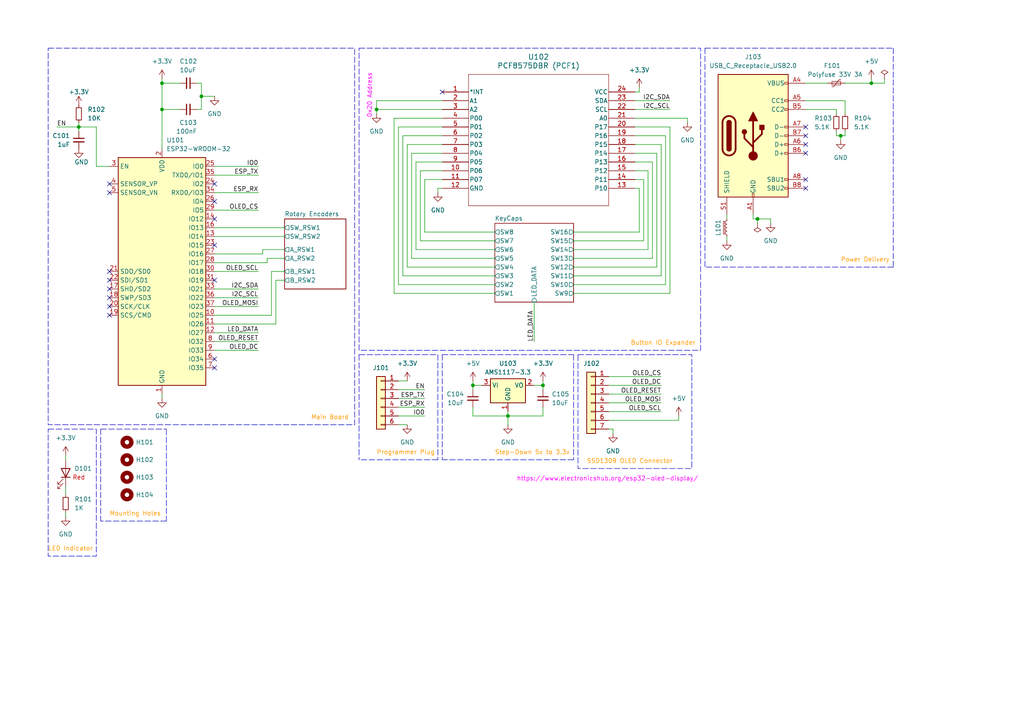
<source format=kicad_sch>
(kicad_sch (version 20230121) (generator eeschema)
  (paper "A4")
  (title_block (title "Universal Control Box") (date "2023-12-28") (rev "v1.0"))
  (lib_symbols
    (symbol "Adam_Custom_Symbol_TexasInstruments_PCF8575DBR:PCF8575DBR" (pin_names (offset 0.254))
      (property "Reference" "U" (at 27.94 10.16 0))
      (property "Value" "PCF8575DBR" (at 27.94 7.62 0))
      (symbol "PCF8575DBR_0_1"
        (polyline (pts (xy 7.62 -33.02) (xy 48.26 -33.02)) (stroke (width 0.127)))
        (polyline (pts (xy 7.62 5.08) (xy 7.62 -33.02)) (stroke (width 0.127)))
        (polyline (pts (xy 48.26 -33.02) (xy 48.26 5.08)) (stroke (width 0.127)))
        (polyline (pts (xy 48.26 5.08) (xy 7.62 5.08)) (stroke (width 0.127)))
        (pin output line (at 0 0 0) (length 7.62) (name "*INT") (number "1"))
        (pin bidirectional line (at 0 -22.86 0) (length 7.62) (name "P06") (number "10"))
        (pin bidirectional line (at 0 -25.4 0) (length 7.62) (name "P07") (number "11"))
        (pin power_in line (at 0 -27.94 0) (length 7.62) (name "GND") (number "12"))
        (pin bidirectional line (at 55.88 -27.94 180) (length 7.62) (name "P10") (number "13"))
        (pin bidirectional line (at 55.88 -25.4 180) (length 7.62) (name "P11") (number "14"))
        (pin bidirectional line (at 55.88 -22.86 180) (length 7.62) (name "P12") (number "15"))
        (pin bidirectional line (at 55.88 -20.32 180) (length 7.62) (name "P13") (number "16"))
        (pin bidirectional line (at 55.88 -17.78 180) (length 7.62) (name "P14") (number "17"))
        (pin bidirectional line (at 55.88 -15.24 180) (length 7.62) (name "P15") (number "18"))
        (pin bidirectional line (at 55.88 -12.7 180) (length 7.62) (name "P16") (number "19"))
        (pin input line (at 0 -2.54 0) (length 7.62) (name "A1") (number "2"))
        (pin bidirectional line (at 55.88 -10.16 180) (length 7.62) (name "P17") (number "20"))
        (pin input line (at 55.88 -7.62 180) (length 7.62) (name "A0") (number "21"))
        (pin unspecified line (at 55.88 -5.08 180) (length 7.62) (name "SCL") (number "22"))
        (pin unspecified line (at 55.88 -2.54 180) (length 7.62) (name "SDA") (number "23"))
        (pin power_in line (at 55.88 0 180) (length 7.62) (name "VCC") (number "24"))
        (pin input line (at 0 -5.08 0) (length 7.62) (name "A2") (number "3"))
        (pin bidirectional line (at 0 -7.62 0) (length 7.62) (name "P00") (number "4"))
        (pin bidirectional line (at 0 -10.16 0) (length 7.62) (name "P01") (number "5"))
        (pin bidirectional line (at 0 -12.7 0) (length 7.62) (name "P02") (number "6"))
        (pin bidirectional line (at 0 -15.24 0) (length 7.62) (name "P03") (number "7"))
        (pin bidirectional line (at 0 -17.78 0) (length 7.62) (name "P04") (number "8"))
        (pin bidirectional line (at 0 -20.32 0) (length 7.62) (name "P05") (number "9"))
      )
    )
    (symbol "Connector:USB_C_Receptacle_USB2.0" (pin_names (offset 1.016))
      (property "Reference" "J" (at -10.16 19.05 0))
      (property "Value" "USB_C_Receptacle_USB2.0" (at 19.05 19.05 0))
      (symbol "USB_C_Receptacle_USB2.0_0_0"
        (rectangle (start -0.254 -17.78) (end 0.254 -16.764))
        (rectangle (start 10.16 -14.986) (end 9.144 -15.494))
        (rectangle (start 10.16 -12.446) (end 9.144 -12.954))
        (rectangle (start 10.16 -4.826) (end 9.144 -5.334))
        (rectangle (start 10.16 -2.286) (end 9.144 -2.794))
        (rectangle (start 10.16 0.254) (end 9.144 -0.254))
        (rectangle (start 10.16 2.794) (end 9.144 2.286))
        (rectangle (start 10.16 7.874) (end 9.144 7.366))
        (rectangle (start 10.16 10.414) (end 9.144 9.906))
        (rectangle (start 10.16 15.494) (end 9.144 14.986))
      )
      (symbol "USB_C_Receptacle_USB2.0_0_1"
        (rectangle (start -10.16 17.78) (end 10.16 -17.78) (stroke (width 0.254)) (fill (type background)))
        (arc (start -8.89 -3.81) (mid -6.985 -5.7067) (end -5.08 -3.81) (stroke (width 0.508)))
        (arc (start -7.62 -3.81) (mid -6.985 -4.4423) (end -6.35 -3.81) (stroke (width 0.254)))
        (arc (start -7.62 -3.81) (mid -6.985 -4.4423) (end -6.35 -3.81) (stroke (width 0.254)) (fill (type outline)))
        (rectangle (start -7.62 -3.81) (end -6.35 3.81) (stroke (width 0.254)) (fill (type outline)))
        (arc (start -6.35 3.81) (mid -6.985 4.4423) (end -7.62 3.81) (stroke (width 0.254)))
        (arc (start -6.35 3.81) (mid -6.985 4.4423) (end -7.62 3.81) (stroke (width 0.254)) (fill (type outline)))
        (arc (start -5.08 3.81) (mid -6.985 5.7067) (end -8.89 3.81) (stroke (width 0.508)))
        (circle (center -2.54 1.143) (radius 0.635) (stroke (width 0.254)) (fill (type outline)))
        (circle (center 0 -5.842) (radius 1.27) (fill (type outline)))
        (polyline (pts (xy -8.89 -3.81) (xy -8.89 3.81)) (stroke (width 0.508)))
        (polyline (pts (xy -5.08 3.81) (xy -5.08 -3.81)) (stroke (width 0.508)))
        (polyline (pts (xy 0 -5.842) (xy 0 4.318)) (stroke (width 0.508)))
        (polyline (pts (xy 0 -3.302) (xy -2.54 -0.762) (xy -2.54 0.508)) (stroke (width 0.508)))
        (polyline (pts (xy 0 -2.032) (xy 2.54 0.508) (xy 2.54 1.778)) (stroke (width 0.508)))
        (polyline (pts (xy -1.27 4.318) (xy 0 6.858) (xy 1.27 4.318) (xy -1.27 4.318)) (stroke (width 0.254)) (fill (type outline)))
        (rectangle (start 1.905 1.778) (end 3.175 3.048) (stroke (width 0.254)) (fill (type outline)))
      )
      (symbol "USB_C_Receptacle_USB2.0_1_1"
        (pin passive line (at 0 -22.86 90) (length 5.08) (name "GND") (number "A1"))
        (pin passive line (at 0 -22.86 90) (length 5.08) hide (name "GND") (number "A12"))
        (pin passive line (at 15.24 15.24 180) (length 5.08) (name "VBUS") (number "A4"))
        (pin bidirectional line (at 15.24 10.16 180) (length 5.08) (name "CC1") (number "A5"))
        (pin bidirectional line (at 15.24 -2.54 180) (length 5.08) (name "D+") (number "A6"))
        (pin bidirectional line (at 15.24 2.54 180) (length 5.08) (name "D-") (number "A7"))
        (pin bidirectional line (at 15.24 -12.7 180) (length 5.08) (name "SBU1") (number "A8"))
        (pin passive line (at 15.24 15.24 180) (length 5.08) hide (name "VBUS") (number "A9"))
        (pin passive line (at 0 -22.86 90) (length 5.08) hide (name "GND") (number "B1"))
        (pin passive line (at 0 -22.86 90) (length 5.08) hide (name "GND") (number "B12"))
        (pin passive line (at 15.24 15.24 180) (length 5.08) hide (name "VBUS") (number "B4"))
        (pin bidirectional line (at 15.24 7.62 180) (length 5.08) (name "CC2") (number "B5"))
        (pin bidirectional line (at 15.24 -5.08 180) (length 5.08) (name "D+") (number "B6"))
        (pin bidirectional line (at 15.24 0 180) (length 5.08) (name "D-") (number "B7"))
        (pin bidirectional line (at 15.24 -15.24 180) (length 5.08) (name "SBU2") (number "B8"))
        (pin passive line (at 15.24 15.24 180) (length 5.08) hide (name "VBUS") (number "B9"))
        (pin passive line (at -7.62 -22.86 90) (length 5.08) (name "SHIELD") (number "S1"))
      )
    )
    (symbol "Connector_Generic:Conn_01x06" (pin_names (offset 1.016) hide)
      (property "Reference" "J" (at 0 7.62 0))
      (property "Value" "Conn_01x06" (at 0 -10.16 0))
      (symbol "Conn_01x06_1_1"
        (rectangle (start -1.27 -7.493) (end 0 -7.747) (stroke (width 0.1524)))
        (rectangle (start -1.27 -4.953) (end 0 -5.207) (stroke (width 0.1524)))
        (rectangle (start -1.27 -2.413) (end 0 -2.667) (stroke (width 0.1524)))
        (rectangle (start -1.27 0.127) (end 0 -0.127) (stroke (width 0.1524)))
        (rectangle (start -1.27 2.667) (end 0 2.413) (stroke (width 0.1524)))
        (rectangle (start -1.27 5.207) (end 0 4.953) (stroke (width 0.1524)))
        (rectangle (start -1.27 6.35) (end 1.27 -8.89) (stroke (width 0.254)) (fill (type background)))
        (pin passive line (at -5.08 5.08 0) (length 3.81) (name "Pin_1") (number "1"))
        (pin passive line (at -5.08 2.54 0) (length 3.81) (name "Pin_2") (number "2"))
        (pin passive line (at -5.08 0 0) (length 3.81) (name "Pin_3") (number "3"))
        (pin passive line (at -5.08 -2.54 0) (length 3.81) (name "Pin_4") (number "4"))
        (pin passive line (at -5.08 -5.08 0) (length 3.81) (name "Pin_5") (number "5"))
        (pin passive line (at -5.08 -7.62 0) (length 3.81) (name "Pin_6") (number "6"))
      )
    )
    (symbol "Connector_Generic:Conn_01x07" (pin_names (offset 1.016) hide)
      (property "Reference" "J" (at 0 10.16 0))
      (property "Value" "Conn_01x07" (at 0 -10.16 0))
      (symbol "Conn_01x07_1_1"
        (rectangle (start -1.27 -7.493) (end 0 -7.747) (stroke (width 0.1524)))
        (rectangle (start -1.27 -4.953) (end 0 -5.207) (stroke (width 0.1524)))
        (rectangle (start -1.27 -2.413) (end 0 -2.667) (stroke (width 0.1524)))
        (rectangle (start -1.27 0.127) (end 0 -0.127) (stroke (width 0.1524)))
        (rectangle (start -1.27 2.667) (end 0 2.413) (stroke (width 0.1524)))
        (rectangle (start -1.27 5.207) (end 0 4.953) (stroke (width 0.1524)))
        (rectangle (start -1.27 7.747) (end 0 7.493) (stroke (width 0.1524)))
        (rectangle (start -1.27 8.89) (end 1.27 -8.89) (stroke (width 0.254)) (fill (type background)))
        (pin passive line (at -5.08 7.62 0) (length 3.81) (name "Pin_1") (number "1"))
        (pin passive line (at -5.08 5.08 0) (length 3.81) (name "Pin_2") (number "2"))
        (pin passive line (at -5.08 2.54 0) (length 3.81) (name "Pin_3") (number "3"))
        (pin passive line (at -5.08 0 0) (length 3.81) (name "Pin_4") (number "4"))
        (pin passive line (at -5.08 -2.54 0) (length 3.81) (name "Pin_5") (number "5"))
        (pin passive line (at -5.08 -5.08 0) (length 3.81) (name "Pin_6") (number "6"))
        (pin passive line (at -5.08 -7.62 0) (length 3.81) (name "Pin_7") (number "7"))
      )
    )
    (symbol "Device:C_Small" (pin_numbers hide) (pin_names (offset 0.254) hide)
      (property "Reference" "C" (at 0.254 1.778 0))
      (property "Value" "C_Small" (at 0.254 -2.032 0))
      (symbol "C_Small_0_1"
        (polyline (pts (xy -1.524 -0.508) (xy 1.524 -0.508)) (stroke (width 0.3302)))
        (polyline (pts (xy -1.524 0.508) (xy 1.524 0.508)) (stroke (width 0.3048)))
      )
      (symbol "C_Small_1_1"
        (pin passive line (at 0 2.54 270) (length 2.032) (name "~") (number "1"))
        (pin passive line (at 0 -2.54 90) (length 2.032) (name "~") (number "2"))
      )
    )
    (symbol "Device:LED" (pin_numbers hide) (pin_names (offset 1.016) hide)
      (property "Reference" "D" (at 0 2.54 0))
      (property "Value" "LED" (at 0 -2.54 0))
      (symbol "LED_0_1"
        (polyline (pts (xy -1.27 -1.27) (xy -1.27 1.27)) (stroke (width 0.254)))
        (polyline (pts (xy -1.27 0) (xy 1.27 0)))
        (polyline (pts (xy 1.27 -1.27) (xy 1.27 1.27) (xy -1.27 0) (xy 1.27 -1.27)) (stroke (width 0.254)))
        (polyline (pts (xy -3.048 -0.762) (xy -4.572 -2.286) (xy -3.81 -2.286) (xy -4.572 -2.286) (xy -4.572 -1.524)))
        (polyline (pts (xy -1.778 -0.762) (xy -3.302 -2.286) (xy -2.54 -2.286) (xy -3.302 -2.286) (xy -3.302 -1.524)))
      )
      (symbol "LED_1_1"
        (pin passive line (at -3.81 0 0) (length 2.54) (name "K") (number "1"))
        (pin passive line (at 3.81 0 180) (length 2.54) (name "A") (number "2"))
      )
    )
    (symbol "Device:L_Ferrite_Small" (pin_numbers hide) (pin_names (offset 0.254) hide)
      (property "Reference" "L" (at 1.27 1.016 0))
      (property "Value" "L_Ferrite_Small" (at 1.27 -1.27 0))
      (symbol "L_Ferrite_Small_0_1"
        (arc (start 0 -2.032) (mid 0.5058 -1.524) (end 0 -1.016))
        (arc (start 0 -1.016) (mid 0.5058 -0.508) (end 0 0))
        (polyline (pts (xy 0.762 -1.905) (xy 0.762 -1.651)))
        (polyline (pts (xy 0.762 -1.397) (xy 0.762 -1.143)))
        (polyline (pts (xy 0.762 -0.889) (xy 0.762 -0.635)))
        (polyline (pts (xy 0.762 -0.381) (xy 0.762 -0.127)))
        (polyline (pts (xy 0.762 0.127) (xy 0.762 0.381)))
        (polyline (pts (xy 0.762 0.635) (xy 0.762 0.889)))
        (polyline (pts (xy 0.762 1.143) (xy 0.762 1.397)))
        (polyline (pts (xy 0.762 1.651) (xy 0.762 1.905)))
        (polyline (pts (xy 1.016 -1.651) (xy 1.016 -1.905)))
        (polyline (pts (xy 1.016 -1.143) (xy 1.016 -1.397)))
        (polyline (pts (xy 1.016 -0.635) (xy 1.016 -0.889)))
        (polyline (pts (xy 1.016 -0.127) (xy 1.016 -0.381)))
        (polyline (pts (xy 1.016 0.381) (xy 1.016 0.127)))
        (polyline (pts (xy 1.016 0.889) (xy 1.016 0.635)))
        (polyline (pts (xy 1.016 1.397) (xy 1.016 1.143)))
        (polyline (pts (xy 1.016 1.905) (xy 1.016 1.651)))
        (arc (start 0 0) (mid 0.5058 0.508) (end 0 1.016))
        (arc (start 0 1.016) (mid 0.5058 1.524) (end 0 2.032))
      )
      (symbol "L_Ferrite_Small_1_1"
        (pin passive line (at 0 2.54 270) (length 0.508) (name "~") (number "1"))
        (pin passive line (at 0 -2.54 90) (length 0.508) (name "~") (number "2"))
      )
    )
    (symbol "Device:Polyfuse_Small" (pin_numbers hide) (pin_names (offset 0))
      (property "Reference" "F" (at -1.905 0 90))
      (property "Value" "Polyfuse_Small" (at 1.905 0 90))
      (symbol "Polyfuse_Small_0_1"
        (rectangle (start -0.508 1.27) (end 0.508 -1.27))
        (polyline (pts (xy 0 2.54) (xy 0 -2.54)))
        (polyline (pts (xy -1.016 1.27) (xy -1.016 0.762) (xy 1.016 -0.762) (xy 1.016 -1.27)))
      )
      (symbol "Polyfuse_Small_1_1"
        (pin passive line (at 0 2.54 270) (length 0.635) (name "~") (number "1"))
        (pin passive line (at 0 -2.54 90) (length 0.635) (name "~") (number "2"))
      )
    )
    (symbol "Device:R_Small" (pin_numbers hide) (pin_names (offset 0.254) hide)
      (property "Reference" "R" (at 0.762 0.508 0))
      (property "Value" "R_Small" (at 0.762 -1.016 0))
      (symbol "R_Small_0_1"
        (rectangle (start -0.762 1.778) (end 0.762 -1.778) (stroke (width 0.2032)))
      )
      (symbol "R_Small_1_1"
        (pin passive line (at 0 2.54 270) (length 0.762) (name "~") (number "1"))
        (pin passive line (at 0 -2.54 90) (length 0.762) (name "~") (number "2"))
      )
    )
    (symbol "Mechanical:MountingHole" (pin_names (offset 1.016))
      (property "Reference" "H" (at 0 5.08 0))
      (property "Value" "MountingHole" (at 0 3.175 0))
      (symbol "MountingHole_0_1"
        (circle (center 0 0) (radius 1.27) (stroke (width 1.27)))
      )
    )
    (symbol "RF_Module:ESP32-WROOM-32"
      (property "Reference" "U" (at -12.7 34.29 0))
      (property "Value" "ESP32-WROOM-32" (at 1.27 34.29 0))
      (symbol "ESP32-WROOM-32_0_1"
        (rectangle (start -12.7 33.02) (end 12.7 -33.02) (stroke (width 0.254)) (fill (type background)))
      )
      (symbol "ESP32-WROOM-32_1_1"
        (pin power_in line (at 0 -35.56 90) (length 2.54) (name "GND") (number "1"))
        (pin bidirectional line (at 15.24 -12.7 180) (length 2.54) (name "IO25") (number "10"))
        (pin bidirectional line (at 15.24 -15.24 180) (length 2.54) (name "IO26") (number "11"))
        (pin bidirectional line (at 15.24 -17.78 180) (length 2.54) (name "IO27") (number "12"))
        (pin bidirectional line (at 15.24 10.16 180) (length 2.54) (name "IO14") (number "13"))
        (pin bidirectional line (at 15.24 15.24 180) (length 2.54) (name "IO12") (number "14"))
        (pin passive line (at 0 -35.56 90) (length 2.54) hide (name "GND") (number "15"))
        (pin bidirectional line (at 15.24 12.7 180) (length 2.54) (name "IO13") (number "16"))
        (pin bidirectional line (at -15.24 -5.08 0) (length 2.54) (name "SHD/SD2") (number "17"))
        (pin bidirectional line (at -15.24 -7.62 0) (length 2.54) (name "SWP/SD3") (number "18"))
        (pin bidirectional line (at -15.24 -12.7 0) (length 2.54) (name "SCS/CMD") (number "19"))
        (pin power_in line (at 0 35.56 270) (length 2.54) (name "VDD") (number "2"))
        (pin bidirectional line (at -15.24 -10.16 0) (length 2.54) (name "SCK/CLK") (number "20"))
        (pin bidirectional line (at -15.24 0 0) (length 2.54) (name "SDO/SD0") (number "21"))
        (pin bidirectional line (at -15.24 -2.54 0) (length 2.54) (name "SDI/SD1") (number "22"))
        (pin bidirectional line (at 15.24 7.62 180) (length 2.54) (name "IO15") (number "23"))
        (pin bidirectional line (at 15.24 25.4 180) (length 2.54) (name "IO2") (number "24"))
        (pin bidirectional line (at 15.24 30.48 180) (length 2.54) (name "IO0") (number "25"))
        (pin bidirectional line (at 15.24 20.32 180) (length 2.54) (name "IO4") (number "26"))
        (pin bidirectional line (at 15.24 5.08 180) (length 2.54) (name "IO16") (number "27"))
        (pin bidirectional line (at 15.24 2.54 180) (length 2.54) (name "IO17") (number "28"))
        (pin bidirectional line (at 15.24 17.78 180) (length 2.54) (name "IO5") (number "29"))
        (pin input line (at -15.24 30.48 0) (length 2.54) (name "EN") (number "3"))
        (pin bidirectional line (at 15.24 0 180) (length 2.54) (name "IO18") (number "30"))
        (pin bidirectional line (at 15.24 -2.54 180) (length 2.54) (name "IO19") (number "31"))
        (pin no_connect line (at -12.7 -27.94 0) (length 2.54) hide (name "NC") (number "32"))
        (pin bidirectional line (at 15.24 -5.08 180) (length 2.54) (name "IO21") (number "33"))
        (pin bidirectional line (at 15.24 22.86 180) (length 2.54) (name "RXD0/IO3") (number "34"))
        (pin bidirectional line (at 15.24 27.94 180) (length 2.54) (name "TXD0/IO1") (number "35"))
        (pin bidirectional line (at 15.24 -7.62 180) (length 2.54) (name "IO22") (number "36"))
        (pin bidirectional line (at 15.24 -10.16 180) (length 2.54) (name "IO23") (number "37"))
        (pin passive line (at 0 -35.56 90) (length 2.54) hide (name "GND") (number "38"))
        (pin passive line (at 0 -35.56 90) (length 2.54) hide (name "GND") (number "39"))
        (pin input line (at -15.24 25.4 0) (length 2.54) (name "SENSOR_VP") (number "4"))
        (pin input line (at -15.24 22.86 0) (length 2.54) (name "SENSOR_VN") (number "5"))
        (pin input line (at 15.24 -25.4 180) (length 2.54) (name "IO34") (number "6"))
        (pin input line (at 15.24 -27.94 180) (length 2.54) (name "IO35") (number "7"))
        (pin bidirectional line (at 15.24 -20.32 180) (length 2.54) (name "IO32") (number "8"))
        (pin bidirectional line (at 15.24 -22.86 180) (length 2.54) (name "IO33") (number "9"))
      )
    )
    (symbol "Regulator_Linear:AMS1117-3.3"
      (property "Reference" "U" (at -3.81 3.175 0))
      (property "Value" "AMS1117-3.3" (at 0 3.175 0))
      (symbol "AMS1117-3.3_0_1"
        (rectangle (start -5.08 -5.08) (end 5.08 1.905) (stroke (width 0.254)) (fill (type background)))
      )
      (symbol "AMS1117-3.3_1_1"
        (pin power_in line (at 0 -7.62 90) (length 2.54) (name "GND") (number "1"))
        (pin power_out line (at 7.62 0 180) (length 2.54) (name "VO") (number "2"))
        (pin power_in line (at -7.62 0 0) (length 2.54) (name "VI") (number "3"))
      )
    )
    (symbol "power:+3.3V" (power) (pin_names (offset 0))
      (property "Value" "+3.3V" (at 0 3.556 0))
      (symbol "+3.3V_0_1"
        (polyline (pts (xy -0.762 1.27) (xy 0 2.54)))
        (polyline (pts (xy 0 0) (xy 0 2.54)))
        (polyline (pts (xy 0 2.54) (xy 0.762 1.27)))
      )
      (symbol "+3.3V_1_1"
        (pin power_in line (at 0 0 90) (length 0) hide (name "+3.3V") (number "1"))
      )
    )
    (symbol "power:+5V" (power) (pin_names (offset 0))
      (property "Value" "+5V" (at 0 3.556 0))
      (symbol "+5V_0_1"
        (polyline (pts (xy -0.762 1.27) (xy 0 2.54)))
        (polyline (pts (xy 0 0) (xy 0 2.54)))
        (polyline (pts (xy 0 2.54) (xy 0.762 1.27)))
      )
      (symbol "+5V_1_1"
        (pin power_in line (at 0 0 90) (length 0) hide (name "+5V") (number "1"))
      )
    )
    (symbol "power:GND" (power) (pin_names (offset 0))
      (property "Value" "GND" (at 0 -3.81 0))
      (symbol "GND_0_1"
        (polyline (pts (xy 0 0) (xy 0 -1.27) (xy 1.27 -1.27) (xy 0 -2.54) (xy -1.27 -1.27) (xy 0 -1.27)))
      )
      (symbol "GND_1_1"
        (pin power_in line (at 0 0 270) (length 0) hide (name "GND") (number "1"))
      )
    )
    (symbol "power:PWR_FLAG" (power) (pin_numbers hide) (pin_names (offset 0) hide)
      (property "Value" "PWR_FLAG" (at 0 3.81 0))
      (symbol "PWR_FLAG_0_0"
        (pin power_out line (at 0 0 90) (length 0) (name "pwr") (number "1"))
      )
      (symbol "PWR_FLAG_0_1"
        (polyline (pts (xy 0 0) (xy 0 1.27) (xy -1.016 1.905) (xy 0 2.54) (xy 1.016 1.905) (xy 0 1.27)))
      )
    )
  )
  (junction (at 157.48 111.76))
  (junction (at 22.86 36.83))
  (junction (at 46.99 31.75))
  (junction (at 58.42 27.94))
  (junction (at 252.73 24.13))
  (junction (at 137.16 111.76))
  (junction (at 46.99 24.13))
  (junction (at 219.71 63.5))
  (junction (at 109.22 31.75))
  (junction (at 243.84 39.37))
  (junction (at 147.32 120.65))
  (no_connect (at 233.68 44.45))
  (no_connect (at 31.75 86.36))
  (no_connect (at 62.23 104.14))
  (no_connect (at 31.75 83.82))
  (no_connect (at 31.75 91.44))
  (no_connect (at 128.27 26.67))
  (no_connect (at 233.68 52.07))
  (no_connect (at 233.68 36.83))
  (no_connect (at 62.23 63.5))
  (no_connect (at 31.75 53.34))
  (no_connect (at 62.23 81.28))
  (no_connect (at 62.23 58.42))
  (no_connect (at 233.68 39.37))
  (no_connect (at 31.75 88.9))
  (no_connect (at 31.75 81.28))
  (no_connect (at 233.68 54.61))
  (no_connect (at 31.75 55.88))
  (no_connect (at 62.23 71.12))
  (no_connect (at 62.23 106.68))
  (no_connect (at 62.23 53.34))
  (no_connect (at 31.75 78.74))
  (no_connect (at 233.68 41.91))
  (wire (pts (xy 27.94 36.83) (xy 22.86 36.83)))
  (wire (pts (xy 219.71 63.5) (xy 223.52 63.5)))
  (wire (pts (xy 62.23 50.8) (xy 74.93 50.8)))
  (wire (pts (xy 219.71 64.77) (xy 219.71 63.5)))
  (wire (pts (xy 245.11 29.21) (xy 245.11 33.02)))
  (wire (pts (xy 184.15 29.21) (xy 194.31 29.21)))
  (wire (pts (xy 154.94 111.76) (xy 157.48 111.76)))
  (wire (pts (xy 154.94 87.63) (xy 154.94 99.06)))
  (wire (pts (xy 120.65 72.39) (xy 120.65 46.99)))
  (wire (pts (xy 19.05 149.86) (xy 19.05 148.59)))
  (wire (pts (xy 121.92 69.85) (xy 121.92 49.53)))
  (wire (pts (xy 143.51 67.31) (xy 123.19 67.31)))
  (wire (pts (xy 191.77 80.01) (xy 191.77 41.91)))
  (wire (pts (xy 143.51 77.47) (xy 118.11 77.47)))
  (wire (pts (xy 242.57 31.75) (xy 242.57 33.02)))
  (wire (pts (xy 109.22 31.75) (xy 128.27 31.75)))
  (wire (pts (xy 190.5 77.47) (xy 190.5 44.45)))
  (wire (pts (xy 62.23 48.26) (xy 74.93 48.26)))
  (wire (pts (xy 143.51 82.55) (xy 115.57 82.55)))
  (wire (pts (xy 22.86 36.83) (xy 22.86 38.1)))
  (wire (pts (xy 196.85 121.92) (xy 196.85 120.65)))
  (wire (pts (xy 157.48 118.11) (xy 157.48 120.65)))
  (wire (pts (xy 62.23 99.06) (xy 74.93 99.06)))
  (wire (pts (xy 62.23 93.98) (xy 80.01 93.98)))
  (wire (pts (xy 62.23 91.44) (xy 78.74 91.44)))
  (wire (pts (xy 184.15 31.75) (xy 194.31 31.75)))
  (wire (pts (xy 76.2 73.66) (xy 76.2 72.39)))
  (wire (pts (xy 189.23 74.93) (xy 189.23 46.99)))
  (wire (pts (xy 116.84 39.37) (xy 128.27 39.37)))
  (wire (pts (xy 19.05 140.97) (xy 19.05 143.51)))
  (wire (pts (xy 147.32 119.38) (xy 147.32 120.65)))
  (wire (pts (xy 143.51 72.39) (xy 120.65 72.39)))
  (wire (pts (xy 184.15 34.29) (xy 199.39 34.29)))
  (polyline (pts (xy 127 102.87) (xy 127 133.35)) (stroke (width 0) (type dash)))
  (polyline (pts (xy 259.08 77.47) (xy 204.47 77.47)) (stroke (width 0) (type dash)))
  (polyline (pts (xy 204.47 13.97) (xy 259.08 13.97)) (stroke (width 0) (type dash)))
  (wire (pts (xy 77.47 76.2) (xy 77.47 74.93)))
  (wire (pts (xy 177.8 124.46) (xy 177.8 125.73)))
  (wire (pts (xy 245.11 38.1) (xy 245.11 39.37)))
  (wire (pts (xy 176.53 111.76) (xy 191.77 111.76)))
  (wire (pts (xy 76.2 72.39) (xy 82.55 72.39)))
  (polyline (pts (xy 48.26 124.46) (xy 48.26 151.13)) (stroke (width 0) (type dash)))
  (wire (pts (xy 46.99 115.57) (xy 46.99 114.3)))
  (wire (pts (xy 157.48 110.49) (xy 157.48 111.76)))
  (wire (pts (xy 58.42 31.75) (xy 57.15 31.75)))
  (wire (pts (xy 62.23 83.82) (xy 74.93 83.82)))
  (wire (pts (xy 118.11 77.47) (xy 118.11 41.91)))
  (wire (pts (xy 143.51 80.01) (xy 116.84 80.01)))
  (wire (pts (xy 119.38 74.93) (xy 119.38 44.45)))
  (wire (pts (xy 62.23 88.9) (xy 74.93 88.9)))
  (polyline (pts (xy 104.14 102.87) (xy 127 102.87)) (stroke (width 0) (type dash)))
  (wire (pts (xy 62.23 96.52) (xy 74.93 96.52)))
  (wire (pts (xy 191.77 41.91) (xy 184.15 41.91)))
  (wire (pts (xy 31.75 48.26) (xy 27.94 48.26)))
  (wire (pts (xy 147.32 120.65) (xy 147.32 123.19)))
  (wire (pts (xy 210.82 62.23) (xy 210.82 63.5)))
  (wire (pts (xy 109.22 29.21) (xy 109.22 31.75)))
  (wire (pts (xy 176.53 116.84) (xy 191.77 116.84)))
  (wire (pts (xy 62.23 60.96) (xy 74.93 60.96)))
  (wire (pts (xy 245.11 39.37) (xy 243.84 39.37)))
  (wire (pts (xy 194.31 36.83) (xy 184.15 36.83)))
  (wire (pts (xy 223.52 63.5) (xy 223.52 64.77)))
  (wire (pts (xy 242.57 39.37) (xy 243.84 39.37)))
  (polyline (pts (xy 48.26 151.13) (xy 29.21 151.13)) (stroke (width 0) (type dash)))
  (wire (pts (xy 62.23 101.6) (xy 74.93 101.6)))
  (wire (pts (xy 62.23 55.88) (xy 74.93 55.88)))
  (wire (pts (xy 123.19 52.07) (xy 128.27 52.07)))
  (wire (pts (xy 80.01 81.28) (xy 82.55 81.28)))
  (wire (pts (xy 22.86 35.56) (xy 22.86 36.83)))
  (wire (pts (xy 127 54.61) (xy 128.27 54.61)))
  (wire (pts (xy 256.54 22.86) (xy 256.54 24.13)))
  (polyline (pts (xy 127 133.35) (xy 104.14 133.35)) (stroke (width 0) (type dash)))
  (wire (pts (xy 114.3 34.29) (xy 128.27 34.29)))
  (wire (pts (xy 78.74 78.74) (xy 82.55 78.74)))
  (wire (pts (xy 143.51 85.09) (xy 114.3 85.09)))
  (wire (pts (xy 57.15 24.13) (xy 58.42 24.13)))
  (wire (pts (xy 123.19 67.31) (xy 123.19 52.07)))
  (wire (pts (xy 143.51 69.85) (xy 121.92 69.85)))
  (wire (pts (xy 62.23 78.74) (xy 74.93 78.74)))
  (wire (pts (xy 184.15 26.67) (xy 185.42 26.67)))
  (wire (pts (xy 137.16 111.76) (xy 139.7 111.76)))
  (wire (pts (xy 115.57 110.49) (xy 118.11 110.49)))
  (polyline (pts (xy 128.27 102.87) (xy 166.37 102.87)) (stroke (width 0) (type dash)))
  (wire (pts (xy 185.42 67.31) (xy 185.42 54.61)))
  (wire (pts (xy 186.69 52.07) (xy 184.15 52.07)))
  (wire (pts (xy 243.84 40.64) (xy 243.84 39.37)))
  (wire (pts (xy 166.37 69.85) (xy 186.69 69.85)))
  (wire (pts (xy 58.42 24.13) (xy 58.42 27.94)))
  (wire (pts (xy 233.68 29.21) (xy 245.11 29.21)))
  (wire (pts (xy 78.74 91.44) (xy 78.74 78.74)))
  (wire (pts (xy 115.57 82.55) (xy 115.57 36.83)))
  (wire (pts (xy 62.23 68.58) (xy 82.55 68.58)))
  (wire (pts (xy 127 55.88) (xy 127 54.61)))
  (wire (pts (xy 187.96 72.39) (xy 187.96 49.53)))
  (wire (pts (xy 115.57 36.83) (xy 128.27 36.83)))
  (wire (pts (xy 16.51 36.83) (xy 22.86 36.83)))
  (wire (pts (xy 46.99 24.13) (xy 52.07 24.13)))
  (wire (pts (xy 185.42 26.67) (xy 185.42 25.4)))
  (wire (pts (xy 115.57 120.65) (xy 123.19 120.65)))
  (wire (pts (xy 176.53 121.92) (xy 196.85 121.92)))
  (wire (pts (xy 157.48 113.03) (xy 157.48 111.76)))
  (wire (pts (xy 62.23 66.04) (xy 82.55 66.04)))
  (wire (pts (xy 245.11 24.13) (xy 252.73 24.13)))
  (polyline (pts (xy 259.08 13.97) (xy 259.08 77.47)) (stroke (width 0) (type dash)))
  (wire (pts (xy 116.84 80.01) (xy 116.84 39.37)))
  (wire (pts (xy 119.38 44.45) (xy 128.27 44.45)))
  (polyline (pts (xy 166.37 102.87) (xy 166.37 133.35)) (stroke (width 0) (type dash)))
  (wire (pts (xy 147.32 120.65) (xy 157.48 120.65)))
  (wire (pts (xy 62.23 73.66) (xy 76.2 73.66)))
  (wire (pts (xy 189.23 46.99) (xy 184.15 46.99)))
  (wire (pts (xy 210.82 68.58) (xy 210.82 69.85)))
  (wire (pts (xy 128.27 29.21) (xy 109.22 29.21)))
  (wire (pts (xy 252.73 24.13) (xy 252.73 22.86)))
  (wire (pts (xy 115.57 123.19) (xy 118.11 123.19)))
  (wire (pts (xy 137.16 113.03) (xy 137.16 111.76)))
  (wire (pts (xy 193.04 82.55) (xy 193.04 39.37)))
  (wire (pts (xy 27.94 48.26) (xy 27.94 36.83)))
  (wire (pts (xy 115.57 113.03) (xy 123.19 113.03)))
  (wire (pts (xy 58.42 27.94) (xy 62.23 27.94)))
  (wire (pts (xy 218.44 63.5) (xy 219.71 63.5)))
  (wire (pts (xy 19.05 132.08) (xy 19.05 133.35)))
  (wire (pts (xy 46.99 31.75) (xy 46.99 43.18)))
  (wire (pts (xy 115.57 118.11) (xy 123.19 118.11)))
  (wire (pts (xy 62.23 76.2) (xy 77.47 76.2)))
  (wire (pts (xy 109.22 33.02) (xy 109.22 31.75)))
  (polyline (pts (xy 104.14 102.87) (xy 104.14 133.35)) (stroke (width 0) (type dash)))
  (wire (pts (xy 233.68 24.13) (xy 240.03 24.13)))
  (wire (pts (xy 187.96 49.53) (xy 184.15 49.53)))
  (wire (pts (xy 166.37 67.31) (xy 185.42 67.31)))
  (wire (pts (xy 121.92 49.53) (xy 128.27 49.53)))
  (wire (pts (xy 176.53 109.22) (xy 191.77 109.22)))
  (wire (pts (xy 46.99 22.86) (xy 46.99 24.13)))
  (wire (pts (xy 186.69 69.85) (xy 186.69 52.07)))
  (wire (pts (xy 166.37 82.55) (xy 193.04 82.55)))
  (wire (pts (xy 199.39 34.29) (xy 199.39 35.56)))
  (wire (pts (xy 62.23 86.36) (xy 74.93 86.36)))
  (wire (pts (xy 242.57 38.1) (xy 242.57 39.37)))
  (wire (pts (xy 80.01 93.98) (xy 80.01 81.28)))
  (polyline (pts (xy 128.27 102.87) (xy 128.27 133.35)) (stroke (width 0) (type dash)))
  (wire (pts (xy 185.42 54.61) (xy 184.15 54.61)))
  (wire (pts (xy 120.65 46.99) (xy 128.27 46.99)))
  (wire (pts (xy 137.16 120.65) (xy 147.32 120.65)))
  (wire (pts (xy 118.11 41.91) (xy 128.27 41.91)))
  (wire (pts (xy 218.44 62.23) (xy 218.44 63.5)))
  (polyline (pts (xy 29.21 124.46) (xy 48.26 124.46)) (stroke (width 0) (type dash)))
  (polyline (pts (xy 29.21 124.46) (xy 29.21 151.13)) (stroke (width 0) (type dash)))
  (wire (pts (xy 166.37 72.39) (xy 187.96 72.39)))
  (wire (pts (xy 176.53 124.46) (xy 177.8 124.46)))
  (wire (pts (xy 46.99 24.13) (xy 46.99 31.75)))
  (wire (pts (xy 194.31 85.09) (xy 194.31 36.83)))
  (wire (pts (xy 176.53 119.38) (xy 191.77 119.38)))
  (wire (pts (xy 166.37 77.47) (xy 190.5 77.47)))
  (wire (pts (xy 252.73 24.13) (xy 256.54 24.13)))
  (polyline (pts (xy 166.37 133.35) (xy 128.27 133.35)) (stroke (width 0) (type dash)))
  (wire (pts (xy 115.57 115.57) (xy 123.19 115.57)))
  (wire (pts (xy 137.16 118.11) (xy 137.16 120.65)))
  (wire (pts (xy 193.04 39.37) (xy 184.15 39.37)))
  (wire (pts (xy 190.5 44.45) (xy 184.15 44.45)))
  (wire (pts (xy 166.37 74.93) (xy 189.23 74.93)))
  (wire (pts (xy 166.37 80.01) (xy 191.77 80.01)))
  (wire (pts (xy 137.16 110.49) (xy 137.16 111.76)))
  (wire (pts (xy 233.68 31.75) (xy 242.57 31.75)))
  (wire (pts (xy 143.51 74.93) (xy 119.38 74.93)))
  (wire (pts (xy 176.53 114.3) (xy 191.77 114.3)))
  (wire (pts (xy 58.42 27.94) (xy 58.42 31.75)))
  (wire (pts (xy 46.99 31.75) (xy 52.07 31.75)))
  (wire (pts (xy 114.3 85.09) (xy 114.3 34.29)))
  (polyline (pts (xy 204.47 13.97) (xy 204.47 77.47)) (stroke (width 0) (type dash)))
  (wire (pts (xy 77.47 74.93) (xy 82.55 74.93)))
  (wire (pts (xy 166.37 85.09) (xy 194.31 85.09)))
  (rectangle (start 13.97 124.46) (end 27.94 161.29) (stroke (width 0) (type dash)))
  (rectangle (start 13.97 13.97) (end 102.87 123.19) (stroke (width 0) (type dash)))
  (rectangle (start 104.14 13.97) (end 203.2 101.6) (stroke (width 0) (type dash)))
  (rectangle (start 167.64 102.87) (end 200.66 135.89) (stroke (width 0) (type dash)))
  (text "Mounting Holes" (at 31.75 149.86 0) (effects (font (size 1.27 1.27)) (justify left bottom)))
  (text "Power Delivery" (at 243.84 76.2 0) (effects (font (size 1.27 1.27)) (justify left bottom)))
  (text "Button IO Expander" (at 182.88 100.33 0) (effects (font (size 1.27 1.27)) (justify left bottom)))
  (text "https://www.electronicshub.org/esp32-oled-display/" (at 149.86 139.7 0) (effects (font (size 1.27 1.27)) (justify left bottom)))
  (text "LED Indicator" (at 13.97 160.02 0) (effects (font (size 1.27 1.27)) (justify left bottom)))
  (text "0x20 Address" (at 107.95 34.29 90) (effects (font (size 1.27 1.27)) (justify left bottom)))
  (text "Programmer Plug" (at 109.22 132.08 0) (effects (font (size 1.27 1.27)) (justify left bottom)))
  (text "SSD1309 OLED Connector" (at 170.18 134.62 0) (effects (font (size 1.27 1.27)) (justify left bottom)))
  (text "Step-Down 5v to 3.3v" (at 143.51 132.08 0) (effects (font (size 1.27 1.27)) (justify left bottom)))
  (text "Main Board" (at 90.17 121.92 0) (effects (font (size 1.27 1.27)) (justify left bottom)))
  (label "IO0" (at 74.93 48.26 180))
  (label "OLED_SCL" (at 74.93 78.74 180))
  (label "OLED_MOSI" (at 74.93 88.9 180))
  (label "OLED_CS" (at 191.77 109.22 180))
  (label "EN" (at 16.51 36.83 0))
  (label "LED_DATA" (at 74.93 96.52 180))
  (label "LED_DATA" (at 154.94 99.06 90))
  (label "OLED_RESET" (at 74.93 99.06 180))
  (label "ESP_TX" (at 74.93 50.8 180))
  (label "OLED_MOSI" (at 191.77 116.84 180))
  (label "I2C_SDA" (at 194.31 29.21 180))
  (label "IO0" (at 123.19 120.65 180))
  (label "ESP_TX" (at 123.19 115.57 180))
  (label "I2C_SCL" (at 194.31 31.75 180))
  (label "OLED_DC" (at 74.93 101.6 180))
  (label "I2C_SCL" (at 74.93 86.36 180))
  (label "EN" (at 123.19 113.03 180))
  (label "OLED_SCL" (at 191.77 119.38 180))
  (label "ESP_RX" (at 123.19 118.11 180))
  (label "ESP_RX" (at 74.93 55.88 180))
  (label "I2C_SDA" (at 74.93 83.82 180))
  (label "OLED_CS" (at 74.93 60.96 180))
  (label "OLED_RESET" (at 191.77 114.3 180))
  (label "OLED_DC" (at 191.77 111.76 180))
  (symbol (lib_id "Connector:USB_C_Receptacle_USB2.0") (at 218.44 39.37 0) (unit 1)
    (property "Reference" "J103" (at 218.44 16.51 0))
    (property "Value" "USB_C_Receptacle_USB2.0" (at 218.44 19.05 0))
    (property "Footprint" "Josh_Custom_Footprints:USB_C_Receptable_918-418K2023S40001" (effects hide))
    (property "Datasheet" "https://www.usb.org/sites/default/files/documents/usb_type-c.zip" (effects hide))
    (property "LCSC" "C2982555" (effects hide))
  )
  (symbol (lib_id "power:GND") (at 127 55.88 0) (unit 1)
    (property "Reference" "#PWR0111" (effects hide))
    (property "Value" "GND" (at 127 60.96 0))
  )
  (symbol (lib_id "power:GND") (at 147.32 123.19 0) (unit 1)
    (property "Reference" "#PWR0113" (effects hide))
    (property "Value" "GND" (at 147.32 128.27 0))
  )
  (symbol (lib_id "power:GND") (at 177.8 125.73 0) (unit 1)
    (property "Reference" "#PWR0115" (effects hide))
    (property "Value" "GND" (at 177.8 130.81 0))
  )
  (symbol (lib_id "Mechanical:MountingHole") (at 36.83 128.27 0) (unit 1)
    (property "Reference" "H101" (at 39.37 128.27 0) (effects (justify left)))
    (property "Value" "MountingHole" (effects hide))
    (property "Footprint" "MountingHole:MountingHole_3mm" (effects hide))
  )
  (symbol (lib_id "power:+3.3V") (at 19.05 132.08 0) (unit 1)
    (property "Reference" "#PWR0101" (effects hide))
    (property "Value" "+3.3V" (at 19.05 127 0))
  )
  (symbol (lib_id "power:+5V") (at 137.16 110.49 0) (unit 1)
    (property "Reference" "#PWR0112" (effects hide))
    (property "Value" "+5V" (at 137.16 105.41 0))
  )
  (symbol (lib_id "Device:R_Small") (at 242.57 35.56 0) (unit 1)
    (property "Reference" "R103" (at 236.22 34.29 0) (effects (justify left)))
    (property "Value" "5.1K" (at 236.22 36.83 0) (effects (justify left)))
    (property "Footprint" "Resistor_SMD:R_0603_1608Metric" (effects hide))
    (property "LCSC" "C25804" (effects hide))
  )
  (symbol (lib_id "Mechanical:MountingHole") (at 36.83 143.51 0) (unit 1)
    (property "Reference" "H104" (at 39.37 143.51 0) (effects (justify left)))
    (property "Value" "MountingHole" (effects hide))
    (property "Footprint" "MountingHole:MountingHole_3mm" (effects hide))
  )
  (symbol (lib_id "power:+3.3V") (at 46.99 22.86 0) (unit 1)
    (property "Reference" "#PWR0105" (effects hide))
    (property "Value" "+3.3V" (at 46.99 17.78 0))
  )
  (symbol (lib_id "Connector_Generic:Conn_01x07") (at 171.45 116.84 0) (mirror y) (unit 1)
    (property "Reference" "J102" (at 173.99 105.41 0) (effects (justify left)))
    (property "Value" "Conn_01x07" (effects hide))
    (property "Footprint" "Adam_Custom_Footprints:PinSocket_1x07_P2.54mm_Vertical_SSD1309" (effects hide))
  )
  (symbol (lib_id "Connector_Generic:Conn_01x06") (at 110.49 115.57 0) (mirror y) (unit 1)
    (property "Reference" "J101" (at 110.49 106.68 0))
    (property "Value" "Conn_01x06" (effects hide))
    (property "Footprint" "Connector_PinSocket_2.54mm:PinSocket_1x06_P2.54mm_Vertical" (effects hide))
  )
  (symbol (lib_id "Device:C_Small") (at 137.16 115.57 0) (mirror y) (unit 1)
    (property "Reference" "C104" (at 134.62 114.3063 0) (effects (justify left)))
    (property "Value" "10uF" (at 134.62 116.8463 0) (effects (justify left)))
    (property "Footprint" "Capacitor_SMD:C_0603_1608Metric" (effects hide))
    (property "LCSC" "C96446" (effects hide))
  )
  (symbol (lib_id "power:GND") (at 19.05 149.86 0) (unit 1)
    (property "Reference" "#PWR0102" (effects hide))
    (property "Value" "GND" (at 19.05 154.94 0))
  )
  (symbol (lib_id "power:GND") (at 62.23 27.94 0) (unit 1)
    (property "Reference" "#PWR0107" (effects hide))
    (property "Value" "GND" (at 62.23 33.02 0))
  )
  (symbol (lib_id "power:+5V") (at 252.73 22.86 0) (unit 1)
    (property "Reference" "#PWR0125" (effects hide))
    (property "Value" "+5V" (at 252.73 17.78 0))
  )
  (symbol (lib_id "Adam_Custom_Symbol_TexasInstruments_PCF8575DBR:PCF8575DBR") (at 128.27 26.67 0) (unit 1)
    (property "Reference" "U102" (at 156.21 16.51 0) (effects (font (size 1.524 1.524))))
    (property "Value" "PCF8575DBR (PCF1)" (at 156.21 19.05 0) (effects (font (size 1.524 1.524))))
    (property "Footprint" "Adam_Custom_Footprints:TexasInstruments_PCF8575DBR" (effects hide))
    (property "Datasheet" "https://www.ti.com/lit/ds/symlink/pcf8575.pdf?ts=1703863608169&ref_url=https%253A%252F%252Fwww.ti.com%252Fproduct%252FPCF8575%253Futm_source%253Dgoogle%2526utm_medium%253Dcpc%2526utm_campaign%253Dasc-null-null-GPN_EN-cpc-pf-google-wwe%2526utm_content%253DPCF8575%2526ds_k%253DPCF8575%2BDatasheet%2526DCM%253Dyes%2526gad_source%253D1%2526gclid%253DCjwKCAiA-bmsBhAGEiwAoaQNmmgShBm23golEc_njNZGJrSEHPHf9gBJarscTxw9Pns8TTwKmN0ZKhoCjHQQAvD_BwE%2526gclsrc%253Daw.ds" (effects hide))
    (property "LCSC" "C2863388" (effects hide))
  )
  (symbol (lib_id "Device:C_Small") (at 157.48 115.57 0) (unit 1)
    (property "Reference" "C105" (at 160.02 114.3063 0) (effects (justify left)))
    (property "Value" "10uF" (at 160.02 116.8463 0) (effects (justify left)))
    (property "Footprint" "Capacitor_SMD:C_0603_1608Metric" (effects hide))
    (property "LCSC" "C96446" (effects hide))
  )
  (symbol (lib_id "power:GND") (at 223.52 64.77 0) (unit 1)
    (property "Reference" "#PWR0122" (effects hide))
    (property "Value" "GND" (at 223.52 69.85 0))
  )
  (symbol (lib_id "power:+3.3V") (at 118.11 110.49 0) (unit 1)
    (property "Reference" "#PWR0109" (effects hide))
    (property "Value" "+3.3V" (at 118.11 105.41 0))
  )
  (symbol (lib_id "Device:R_Small") (at 19.05 146.05 0) (unit 1)
    (property "Reference" "R101" (at 21.59 144.78 0) (effects (justify left)))
    (property "Value" "1K" (at 21.59 147.32 0) (effects (justify left)))
    (property "Footprint" "Resistor_SMD:R_0603_1608Metric" (effects hide))
    (property "LCSC" "C21190" (effects hide))
  )
  (symbol (lib_id "power:GND") (at 243.84 40.64 0) (unit 1)
    (property "Reference" "#PWR0124" (effects hide))
    (property "Value" "GND" (at 243.84 45.72 0))
  )
  (symbol (lib_id "power:+5V") (at 196.85 120.65 0) (unit 1)
    (property "Reference" "#PWR0117" (effects hide))
    (property "Value" "+5V" (at 196.85 115.57 0))
  )
  (symbol (lib_id "Device:R_Small") (at 245.11 35.56 180) (unit 1)
    (property "Reference" "R104" (at 247.65 34.29 0) (effects (justify right)))
    (property "Value" "5.1K" (at 247.65 36.83 0) (effects (justify right)))
    (property "Footprint" "Resistor_SMD:R_0603_1608Metric" (effects hide))
    (property "LCSC" "C25804" (effects hide))
  )
  (symbol (lib_id "Mechanical:MountingHole") (at 36.83 133.35 0) (unit 1)
    (property "Reference" "H102" (at 39.37 133.35 0) (effects (justify left)))
    (property "Value" "MountingHole" (effects hide))
    (property "Footprint" "MountingHole:MountingHole_3mm" (effects hide))
  )
  (symbol (lib_id "Device:C_Small") (at 54.61 31.75 90) (mirror x) (unit 1)
    (property "Reference" "C103" (at 57.15 35.56 90) (effects (justify left)))
    (property "Value" "100nF" (at 57.15 38.1 90) (effects (justify left)))
    (property "Footprint" "Capacitor_SMD:C_0603_1608Metric" (effects hide))
    (property "LCSC" "C14663" (effects hide))
  )
  (symbol (lib_id "power:GND") (at 199.39 35.56 0) (unit 1)
    (property "Reference" "#PWR0118" (effects hide))
    (property "Value" "GND" (at 199.39 40.64 0))
  )
  (symbol (lib_id "power:GND") (at 210.82 69.85 0) (unit 1)
    (property "Reference" "#PWR0119" (effects hide))
    (property "Value" "GND" (at 210.82 74.93 0))
  )
  (symbol (lib_id "power:GND") (at 46.99 115.57 0) (unit 1)
    (property "Reference" "#PWR0106" (effects hide))
    (property "Value" "GND" (at 46.99 120.65 0))
  )
  (symbol (lib_id "power:PWR_FLAG") (at 256.54 22.86 0) (unit 1)
    (property "Reference" "#FLG0102" (effects hide))
    (property "Value" "PWR_FLAG" (effects hide))
  )
  (symbol (lib_id "power:GND") (at 118.11 123.19 0) (unit 1)
    (property "Reference" "#PWR0110" (effects hide))
    (property "Value" "GND" (at 118.11 128.27 0))
  )
  (symbol (lib_id "power:GND") (at 22.86 43.18 0) (mirror y) (unit 1)
    (property "Reference" "#PWR0104" (effects hide))
    (property "Value" "GND" (at 21.59 46.99 0) (effects (justify right)))
  )
  (symbol (lib_id "Regulator_Linear:AMS1117-3.3") (at 147.32 111.76 0) (unit 1)
    (property "Reference" "U103" (at 147.32 105.41 0))
    (property "Value" "AMS1117-3.3" (at 147.32 107.95 0))
    (property "Footprint" "Package_TO_SOT_SMD:SOT-223-3_TabPin2" (effects hide))
    (property "Datasheet" "http://www.advanced-monolithic.com/pdf/ds1117.pdf" (effects hide))
    (property "LCSC" "C6186" (effects hide))
  )
  (symbol (lib_id "Device:R_Small") (at 22.86 33.02 0) (unit 1)
    (property "Reference" "R102" (at 25.4 31.75 0) (effects (justify left)))
    (property "Value" "10K" (at 25.4 34.29 0) (effects (justify left)))
    (property "Footprint" "Resistor_SMD:R_0603_1608Metric" (effects hide))
    (property "LCSC" "C25804" (effects hide))
  )
  (symbol (lib_id "Mechanical:MountingHole") (at 36.83 138.43 0) (unit 1)
    (property "Reference" "H103" (at 39.37 138.43 0) (effects (justify left)))
    (property "Value" "MountingHole" (effects hide))
    (property "Footprint" "MountingHole:MountingHole_3mm" (effects hide))
  )
  (symbol (lib_id "power:+3.3V") (at 22.86 30.48 0) (unit 1)
    (property "Reference" "#PWR0103" (effects hide))
    (property "Value" "+3.3V" (at 22.86 26.67 0))
  )
  (symbol (lib_id "Device:C_Small") (at 22.86 40.64 0) (mirror y) (unit 1)
    (property "Reference" "C101" (at 20.32 39.37 0) (effects (justify left)))
    (property "Value" "1uF" (at 20.32 41.91 0) (effects (justify left)))
    (property "Footprint" "Capacitor_SMD:C_0603_1608Metric" (effects hide))
    (property "LCSC" "C15849" (effects hide))
  )
  (symbol (lib_id "power:+3.3V") (at 157.48 110.49 0) (unit 1)
    (property "Reference" "#PWR0114" (effects hide))
    (property "Value" "+3.3V" (at 157.48 105.41 0))
  )
  (symbol (lib_id "Device:L_Ferrite_Small") (at 210.82 66.04 180) (unit 1)
    (property "Reference" "L101" (at 208.28 66.04 90))
    (property "Value" "L_Ferrite_Small" (effects hide))
    (property "Footprint" "Inductor_SMD:L_0603_1608Metric" (effects hide))
    (property "LCSC" "C62708" (effects hide))
  )
  (symbol (lib_id "Device:Polyfuse_Small") (at 242.57 24.13 90) (unit 1)
    (property "Reference" "F101" (at 243.84 19.05 90) (effects (justify left)))
    (property "Value" "Polyfuse 33V 3A" (at 250.19 21.59 90) (effects (justify left)))
    (property "Footprint" "Adam_Custom_Footprints:Fuse_1812_4532Metric" (effects hide))
    (property "Datasheet" "https://datasheet.lcsc.com/lcsc/2305121424_BHFUSE-BSMD1812-150-33V_C883154.pdf" (effects hide))
    (property "LCSC" "C883154" (effects hide))
  )
  (symbol (lib_id "power:GND") (at 109.22 33.02 0) (unit 1)
    (property "Reference" "#PWR0108" (effects hide))
    (property "Value" "GND" (at 109.22 38.1 0))
  )
  (symbol (lib_id "power:PWR_FLAG") (at 219.71 64.77 180) (unit 1)
    (property "Reference" "#FLG0101" (effects hide))
    (property "Value" "PWR_FLAG" (effects hide))
  )
  (symbol (lib_id "Device:C_Small") (at 54.61 24.13 270) (mirror x) (unit 1)
    (property "Reference" "C102" (at 52.07 17.78 90) (effects (justify left)))
    (property "Value" "10uF" (at 52.07 20.32 90) (effects (justify left)))
    (property "Footprint" "Capacitor_SMD:C_0603_1608Metric" (effects hide))
    (property "LCSC" "C96446" (effects hide))
  )
  (symbol (lib_id "Device:LED") (at 19.05 137.16 270) (mirror x) (unit 1)
    (property "Reference" "D101" (at 24.13 135.89 90))
    (property "Value" "Red" (at 22.86 138.43 90))
    (property "Footprint" "LED_SMD:LED_0603_1608Metric" (effects hide))
    (property "LCSC" "C2286" (effects hide))
  )
  (symbol (lib_id "power:+3.3V") (at 185.42 25.4 0) (unit 1)
    (property "Reference" "#PWR0116" (effects hide))
    (property "Value" "+3.3V" (at 185.42 20.32 0))
  )
  (symbol (lib_id "RF_Module:ESP32-WROOM-32") (at 46.99 78.74 0) (unit 1)
    (property "Reference" "U101" (at 48.26 40.64 0) (effects (justify left)))
    (property "Value" "ESP32-WROOM-32" (at 48.26 43.18 0) (effects (justify left)))
    (property "Footprint" "Josh_Custom_Footprints:ESP32-WROOM-32" (effects hide))
    (property "Datasheet" "https://www.espressif.com/sites/default/files/documentation/esp32-wroom-32_datasheet_en.pdf" (effects hide))
    (property "LCSC" "C473012" (effects hide))
  )
  (sheet (at 82.55 63.5) (size 17.78 20.32) (stroke (width 0.1524))
    (property "Sheetname" "Rotary Encoders" (at 82.55 62.7884 0) (effects (justify left bottom)))
    (property "Sheetfile" "RotaryEncoders.kicad_sch" (effects hide))
    (pin "A_RSW1" output (at 82.55 72.39 180))
    (pin "B_RSW2" output (at 82.55 81.28 180))
    (pin "B_RSW1" output (at 82.55 78.74 180))
    (pin "A_RSW2" output (at 82.55 74.93 180))
    (pin "SW_RSW1" output (at 82.55 66.04 180))
    (pin "SW_RSW2" output (at 82.55 68.58 180))
  )
  (sheet (at 143.51 64.77) (size 22.86 22.86) (stroke (width 0.1524))
    (property "Sheetname" "KeyCaps" (at 143.51 64.0584 0) (effects (justify left bottom)))
    (property "Sheetfile" "KeyCaps.kicad_sch" (effects hide))
    (pin "SW2" output (at 143.51 82.55 180))
    (pin "SW1" output (at 143.51 85.09 180))
    (pin "SW3" output (at 143.51 80.01 180))
    (pin "SW6" output (at 143.51 72.39 180))
    (pin "SW5" output (at 143.51 74.93 180))
    (pin "SW4" output (at 143.51 77.47 180))
    (pin "SW12" output (at 166.37 77.47 0))
    (pin "SW15" output (at 166.37 69.85 0))
    (pin "SW7" output (at 143.51 69.85 180))
    (pin "SW8" output (at 143.51 67.31 180))
    (pin "SW14" output (at 166.37 72.39 0))
    (pin "SW16" output (at 166.37 67.31 0))
    (pin "SW9" output (at 166.37 85.09 0))
    (pin "SW13" output (at 166.37 74.93 0))
    (pin "SW11" output (at 166.37 80.01 0))
    (pin "SW10" output (at 166.37 82.55 0))
    (pin "LED_DATA" input (at 154.94 87.63 270))
  )
)
</source>
